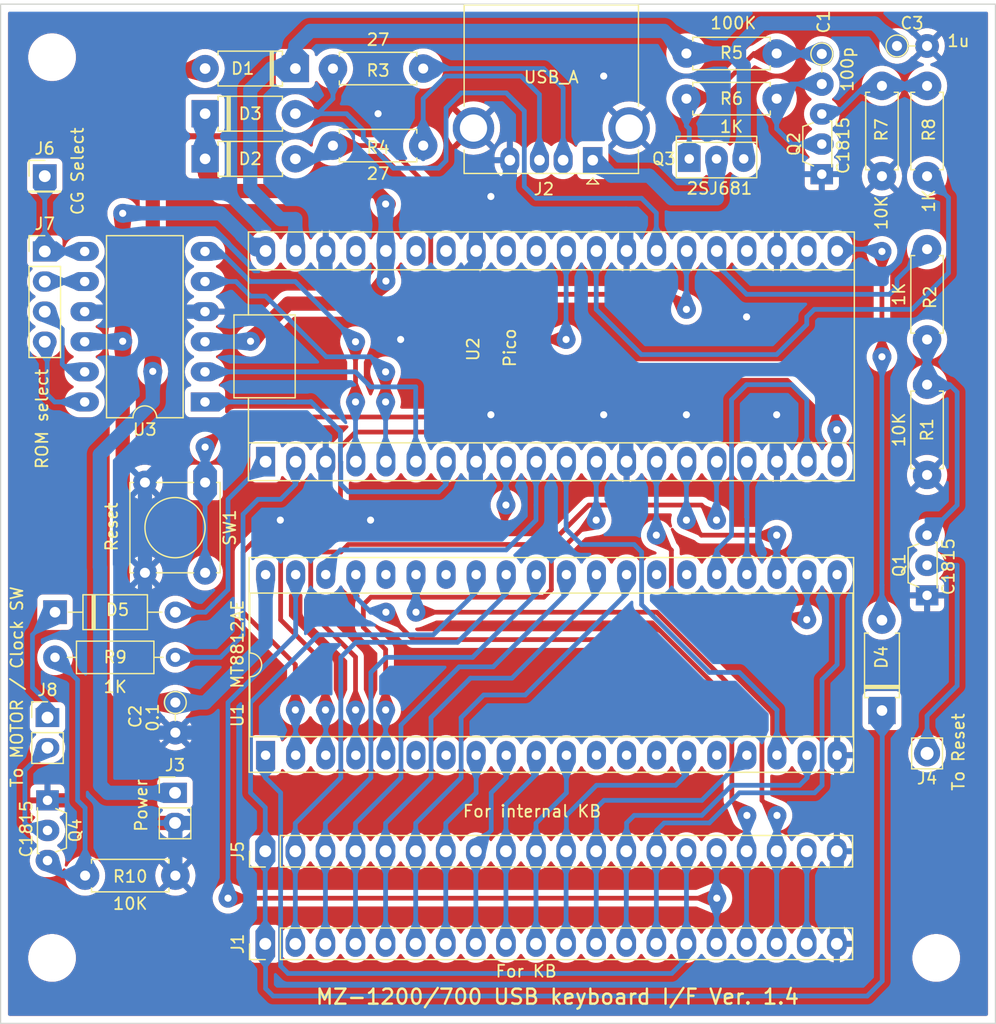
<source format=kicad_pcb>
(kicad_pcb (version 20240108) (generator "pcbnew") (generator_version "8.0")
  (title_block (title "MZ-1200/700 USB keyboard I/F") (date "2024-07-23") (rev "1.4MZ"))
  (layers (0 "F.Cu" signal) (31 "B.Cu" signal) (34 "B.Paste" user) (35 "F.Paste" user) (36 "B.SilkS" user "B.Silkscreen") (37 "F.SilkS" user "F.Silkscreen") (38 "B.Mask" user) (39 "F.Mask" user) (44 "Edge.Cuts" user))
  (net 0 "")
  (net 1 "/KIN0")
  (net 2 "/KIN1")
  (net 3 "/KIN2")
  (net 4 "/KIN3")
  (net 5 "/KIN4")
  (net 6 "/KIN5")
  (net 7 "/KIN6")
  (net 8 "/KIN7")
  (net 9 "/DEC0")
  (net 10 "/DEC1")
  (net 11 "/DEC2")
  (net 12 "/DEC3")
  (net 13 "/DEC4")
  (net 14 "/DEC5")
  (net 15 "/DEC6")
  (net 16 "/DEC7")
  (net 17 "/DEC8")
  (net 18 "/DEC9")
  (net 19 "GND")
  (net 20 "Net-(U1-AY2)")
  (net 27 "Net-(U1-RESET)")
  (net 28 "Net-(U1-AX3)")
  (net 29 "Net-(U1-AX0)")
  (net 30 "Net-(U1-STROBE)")
  (net 31 "Net-(U1-AX1)")
  (net 36 "Net-(U1-AX2)")
  (net 37 "VCC")
  (net 38 "Net-(U1-AY0)")
  (net 39 "Net-(U1-AY1)")
  (net 40 "Net-(U1-DATA)")
  (net 41 "/PWR_LED")
  (net 42 "/A15")
  (net 43 "Net-(Q3-G)")
  (net 44 "Net-(J4-Pin_1)")
  (net 45 "Net-(Q2-C)")
  (net 46 "Net-(U2-GPIO22)")
  (net 49 "/VSYS")
  (net 50 "Net-(Q1-B)")
  (net 51 "Net-(Q2-B)")
  (net 52 "Net-(D2-A)")
  (net 53 "Net-(D3-A)")
  (net 54 "Net-(U2-GPIO19)")
  (net 55 "Net-(U2-RUN)")
  (net 56 "/A13")
  (net 57 "/A14")
  (net 58 "Net-(J2-D-)")
  (net 59 "Net-(J2-D+)")
  (net 60 "Net-(D4-A)")
  (net 61 "/VBUS2")
  (net 62 "/A12")
  (net 63 "Net-(U2-GPIO5)")
  (net 64 "Net-(U2-GPIO3)")
  (net 65 "Net-(U2-GPIO4)")
  (net 66 "Net-(U2-GPIO2)")
  (net 67 "/VBUS")
  (net 68 "/3V3")
  (net 74 "Net-(Q4-B)")
  (net 75 "Net-(D5-A)")
  (net 76 "/MOTOR")
  (net 77 "/Z80_CLK_SW")
  (net 78 "Net-(U2-GPIO1)")
  (footprint "Package_DIP:DIP-12_W10.16mm_LongPads" (layer "F.Cu") (at 73.2593 66.5653 180)
    (property "Reference" "U3")
    (property "Value" "sparkfun Logic_Level_Bidirectional" (hide yes))
  )
  (footprint "Kao_Library:LargePad_R_Axial_DIN0207_L6.3mm_D2.5mm_P7.62mm_Horizontal" (layer "F.Cu") (at 134.2293 53.6743 -90)
    (property "Reference" "R2")
    (property "Value" "1K")
  )
  (footprint "Kao_Library:D_A-405_P7.62mm_Horizontal_LargePad" (layer "F.Cu") (at 73.2693 46.0543)
    (property "Reference" "D2")
    (property "Value" "SB240LES" (hide yes))
  )
  (footprint "Connector_PinHeader_2.54mm:PinHeader_1x04_P2.54mm_Vertical" (layer "F.Cu") (at 59.7293 53.8653)
    (property "Reference" "J7")
    (property "Value" "ROM select")
  )
  (footprint "Connector_PinHeader_2.54mm:PinHeader_1x20_P2.54mm_Vertical" (layer "F.Cu") (at 78.3493 104.4743 90)
    (property "Reference" "J5")
    (property "Value" "For internal KB")
  )
  (footprint "MountingHole:MountingHole_3.2mm_M3" (layer "F.Cu") (at 60.3493 113.4743)
    (property "Reference" "H1" (hide yes))
    (property "Value" "MountingHole" (hide yes))
  )
  (footprint "Kao_Library:SW_Tactile_Straight_LargePad" (layer "F.Cu") (at 73.2693 73.3593 -90)
    (property "Reference" "SW1")
    (property "Value" "Reset")
  )
  (footprint "Kao_Library:D_A-405_P7.62mm_Horizontal_LargePad" (layer "F.Cu") (at 73.2693 42.2443)
    (property "Reference" "D3")
    (property "Value" "SB240LES" (hide yes))
  )
  (footprint "MountingHole:MountingHole_3.2mm_M3" (layer "F.Cu") (at 135 113.4743)
    (property "Reference" "H2" (hide yes))
    (property "Value" "MountingHole" (hide yes))
  )
  (footprint "Connector_PinHeader_2.54mm:PinHeader_1x20_P2.54mm_Vertical" (layer "F.Cu") (at 78.3493 112.2853 90)
    (property "Reference" "J1")
    (property "Value" "For KB")
  )
  (footprint "Connector_PinHeader_2.54mm:PinHeader_1x02_P2.54mm_Vertical" (layer "F.Cu") (at 59.960707 93.194993)
    (property "Reference" "J8")
    (property "Value" "To MOTOR / Clock SW")
  )
  (footprint "Kao_Library:LargePad_R_Axial_DIN0207_L6.3mm_D2.5mm_P7.62mm_Horizontal" (layer "F.Cu") (at 134.2293 65.1043 -90)
    (property "Reference" "R1")
    (property "Value" "10K")
  )
  (footprint "Kao_Library:LargePad_R_Axial_DIN0207_L6.3mm_D2.5mm_P7.62mm_Horizontal" (layer "F.Cu") (at 113.9093 37.1643)
    (property "Reference" "R5")
    (property "Value" "100K")
  )
  (footprint "Kao_Library:D_A-405_P7.62mm_Horizontal_LargePad" (layer "F.Cu") (at 80.89 38.4343 180)
    (property "Reference" "D1")
    (property "Value" "SB240LES" (hide yes))
  )
  (footprint "Kao_Library:LargePad_R_Axial_DIN0207_L6.3mm_D2.5mm_P7.62mm_Horizontal" (layer "F.Cu") (at 84.0643 44.934993)
    (property "Reference" "R4")
    (property "Value" "27")
  )
  (footprint "Kao_Library:USB_A_CONNFLY_DS1095-WNR0_LongPad" (layer "F.Cu") (at 106 46.1657 180)
    (property "Reference" "J2")
    (property "Value" "USB_A")
  )
  (footprint "Kao_Library:LargePad_R_Axial_DIN0204_L3.6mm_D1.6mm_P2.54mm_Vertical" (layer "F.Cu") (at 125.3393 37.2018 -90)
    (property "Reference" "C1")
    (property "Value" "100p")
  )
  (footprint "Kao_Library:LargePad_R_Axial_DIN0207_L6.3mm_D2.5mm_P7.62mm_Horizontal" (layer "F.Cu") (at 113.9093 40.9743)
    (property "Reference" "R6")
    (property "Value" "1K")
  )
  (footprint "Connector_PinHeader_2.54mm:PinHeader_1x01_P2.54mm_Vertical" (layer "F.Cu") (at 59.7293 47.5133)
    (property "Reference" "J6")
    (property "Value" "CG Select")
  )
  (footprint "MountingHole:MountingHole_3.2mm_M3" (layer "F.Cu") (at 60.3493 37.4753)
    (property "Reference" "H3" (hide yes))
    (property "Value" "MountingHole" (hide yes))
  )
  (footprint "Kao_Library:LargePad_R_Axial_DIN0207_L6.3mm_D2.5mm_P7.62mm_Horizontal" (layer "F.Cu") (at 63.135707 106.529993)
    (property "Reference" "R10")
    (property "Value" "10K")
  )
  (footprint "Kao_Library:LargePad_R_Axial_DIN0207_L6.3mm_D2.5mm_P7.62mm_Horizontal" (layer "F.Cu") (at 134.2293 47.5153 90)
    (property "Reference" "R8")
    (property "Value" "1K")
  )
  (footprint "Kao_Library:D_A-405_P7.62mm_Horizontal_LargePad" (layer "F.Cu") (at 130.4193 92.6003 90)
    (property "Reference" "D4")
    (property "Value" "SB240LES" (hide yes))
  )
  (footprint "Package_DIP:DIP-40_W15.24mm_Socket_LongPads" (layer "F.Cu") (at 78.375 96.3707 90)
    (property "Reference" "U1")
    (property "Value" "MT8812AE")
  )
  (footprint "Kao_Library:2-7J2B_Vertical" (layer "F.Cu") (at 116.4493 46.0543)
    (property "Reference" "Q3")
    (property "Value" "2SJ681")
  )
  (footprint "Kao_Library:TO-92S_Wide_kao" (layer "F.Cu") (at 125.3393 47.3493 90)
    (property "Reference" "Q2")
    (property "Value" "C1815")
  )
  (footprint "Connector_PinHeader_2.54mm:PinHeader_1x02_P2.54mm_Vertical" (layer "F.Cu") (at 70.73 99.544993)
    (property "Reference" "J3")
    (property "Value" "Power")
  )
  (footprint "Diode_THT:D_A-405_P10.16mm_Horizontal" (layer "F.Cu") (at 60.595707 84.304993)
    (property "Reference" "D5")
    (property "Value" "SB240LES" (hide yes))
  )
  (footprint "Kao_Library:LargePad_R_Axial_DIN0207_L6.3mm_D2.5mm_P7.62mm_Horizontal" (layer "F.Cu") (at 84.0643 38.4343)
    (property "Reference" "R3")
    (property "Value" "27")
  )
  (footprint "Kao_Library:TO-92S_Wide_kao" (layer "F.Cu") (at 59.960707 100.179993 -90)
    (property "Reference" "Q4")
    (property "Value" "C1815")
  )
  (footprint "Connector_Pin:Pin_D1.1mm_L8.5mm_W2.5mm_FlatFork" (layer "F.Cu") (at 134.23 96.22)
    (property "Reference" "J4")
    (property "Value" "To Reset")
  )
  (footprint "Resistor_THT:R_Axial_DIN0207_L6.3mm_D2.5mm_P10.16mm_Horizontal" (layer "F.Cu") (at 70.755707 88.114993 180)
    (property "Reference" "R9")
    (property "Value" "1K")
  )
  (footprint "Kao_Library:LargePad_R_Axial_DIN0204_L3.6mm_D1.6mm_P2.54mm_Vertical" (layer "F.Cu") (at 70.755707 91.924993 -90)
    (property "Reference" "C2")
    (property "Value" "0.1")
  )
  (footprint "Kao_Library:LargePad_R_Axial_DIN0207_L6.3mm_D2.5mm_P7.62mm_Horizontal" (layer "F.Cu") (at 130.4193 39.8953 -90)
    (property "Reference" "R7")
    (property "Value" "10K")
  )
  (footprint "Kao_Library:LargePad_R_Axial_DIN0204_L3.6mm_D1.6mm_P2.54mm_Vertical" (layer "F.Cu") (at 131.6893 36.5293)
    (property "Reference" "C3")
    (property "Value" "1u")
  )
  (footprint "Kao_Library:TO-92S_Wide_kao" (layer "F.Cu") (at 134.2293 82.8843 90)
    (property "Reference" "Q1")
    (property "Value" "C1815")
  )
  (footprint "Kao_Library:raspberry_pi_pico_THT_kao" (layer "F.Cu") (at 78.375707 71.604993 90)
    (property "Reference" "U2")
    (property "Value" "Pico")
  )
  (gr_rect (start 56 33) (end 140 119) (stroke (width 0.1)) (fill none) (layer "Edge.Cuts"))
  (gr_text "MZ-1200/700 USB keyboard I/F Ver. 1.4" (at 82.5 117.5 0) (layer "F.SilkS") (effects (font (size 1.27 1.27) (thickness 0.2032)) (justify left bottom)))
  (segment (start 91.075707 84.304993) (end 111.395707 84.304993) (width 0.4) (layer "F.Cu") (net 1))
  (segment (start 111.395707 84.304993) (end 120.285707 93.194993) (width 0.4) (layer "F.Cu") (net 1))
  (segment (start 120.285707 100.179993) (end 121.555707 101.449993) (width 0.4) (layer "F.Cu") (net 1))
  (segment (start 120.285707 93.194993) (end 120.285707 100.179993) (width 0.4) (layer "F.Cu") (net 1))
  (via (at 91.075707 84.304993) (size 1.6) (drill 0.6) (layers "F.Cu" "B.Cu") (net 1))
  (via (at 121.555707 101.449993) (size 1.6) (drill 0.6) (layers "F.Cu" "B.Cu") (net 1))
  (segment (start 121.529 108.3795) (end 121.529 112.285) (width 0.4) (layer "B.Cu") (net 1))
  (segment (start 121.529 104.474) (end 121.529 108.3795) (width 0.4) (layer "B.Cu") (net 1))
  (segment (start 121.5293 108.3792) (end 121.5293 104.4743) (width 0.4) (layer "B.Cu") (net 1))
  (segment (start 91.075707 81.131407) (end 91.075707 84.304993) (width 0.4) (layer "B.Cu") (net 1))
  (segment (start 121.529 108.3795) (end 121.5293 108.3792) (width 0.4) (layer "B.Cu") (net 1))
  (segment (start 121.555707 104.447893) (end 121.555707 101.449993) (width 0.4) (layer "B.Cu") (net 1))
  (segment (start 117.745707 100.179993) (end 119.015707 101.449993) (width 0.4) (layer "F.Cu") (net 2))
  (segment (start 88.535707 84.304993) (end 90.847107 86.616393) (width 0.4) (layer "F.Cu") (net 2))
  (segment (start 117.745707 93.194993) (end 117.745707 100.179993) (width 0.4) (layer "F.Cu") (net 2))
  (segment (start 90.847107 86.616393) (end 111.167107 86.616393) (width 0.4) (layer "F.Cu") (net 2))
  (segment (start 111.167107 86.616393) (end 117.745707 93.194993) (width 0.4) (layer "F.Cu") (net 2))
  (via (at 88.535707 84.304993) (size 1.6) (drill 0.6) (layers "F.Cu" "B.Cu") (net 2))
  (via (at 119.015707 101.449993) (size 1.6) (drill 0.6) (layers "F.Cu" "B.Cu") (net 2))
  (segment (start 118.9893 108.3792) (end 118.9893 104.4743) (width 0.4) (layer "B.Cu") (net 2))
  (segment (start 118.989 104.474) (end 118.989 108.3795) (width 0.4) (layer "B.Cu") (net 2))
  (segment (start 88.535707 84.304993) (end 87.265707 84.304993) (width 0.4) (layer "B.Cu") (net 2))
  (segment (start 118.989 108.3795) (end 118.989 112.285) (width 0.4) (layer "B.Cu") (net 2))
  (segment (start 87.265707 84.304993) (end 85.995 83.034286) (width 0.4) (layer "B.Cu") (net 2))
  (segment (start 85.995 83.034286) (end 85.995 81.1307) (width 0.4) (layer "B.Cu") (net 2))
  (segment (start 119.015707 104.447893) (end 119.015707 101.449993) (width 0.4) (layer "B.Cu") (net 2))
  (segment (start 118.989 108.3795) (end 118.9893 108.3792) (width 0.4) (layer "B.Cu") (net 2))
  (segment (start 116.475707 108.434993) (end 75.200707 108.434993) (width 0.4) (layer "F.Cu") (net 3))
  (via (at 75.200707 108.434993) (size 1.6) (drill 0.6) (layers "F.Cu" "B.Cu") (net 3))
  (via (at 116.475707 108.434993) (size 1.6) (drill 0.6) (layers "F.Cu" "B.Cu") (net 3))
  (segment (start 116.449 108.408286) (end 116.475707 108.434993) (width 0.4) (layer "B.Cu") (net 3))
  (segment (start 75.200707 91.924993) (end 75.200707 108.434993) (width 0.4) (layer "B.Cu") (net 3))
  (segment (start 116.449 108.4617) (end 116.449 112.285) (width 0.4) (layer "B.Cu") (net 3))
  (segment (start 80.915707 81.131407) (end 80.915707 86.209993) (width 0.4) (layer "B.Cu") (net 3))
  (segment (start 116.449 108.3795) (end 116.4493 108.3792) (width 0.4) (layer "B.Cu") (net 3))
  (segment (start 116.475707 108.434993) (end 116.449 108.4617) (width 0.4) (layer "B.Cu") (net 3))
  (segment (start 116.449 104.474) (end 116.449 108.3795) (width 0.4) (layer "B.Cu") (net 3))
  (segment (start 116.4493 108.3792) (end 116.4493 104.4743) (width 0.4) (layer "B.Cu") (net 3))
  (segment (start 116.449 108.3795) (end 116.449 108.408286) (width 0.4) (layer "B.Cu") (net 3))
  (segment (start 80.915707 86.209993) (end 75.200707 91.924993) (width 0.4) (layer "B.Cu") (net 3))
  (segment (start 80.280707 114.784993) (end 79.645707 114.149993) (width 0.4) (layer "B.Cu") (net 4))
  (segment (start 79.645707 99.544993) (end 78.375 98.274286) (width 0.4) (layer "B.Cu") (net 4))
  (segment (start 112.665707 114.784993) (end 80.280707 114.784993) (width 0.4) (layer "B.Cu") (net 4))
  (segment (start 78.375 98.274286) (end 78.375 96.3707) (width 0.4) (layer "B.Cu") (net 4))
  (segment (start 113.9093 112.2853) (end 113.9093 113.5414) (width 0.4) (layer "B.Cu") (net 4))
  (segment (start 113.9093 113.5414) (end 112.665707 114.784993) (width 0.4) (layer "B.Cu") (net 4))
  (segment (start 79.645707 114.149993) (end 79.645707 99.544993) (width 0.4) (layer "B.Cu") (net 4))
  (segment (start 113.9093 104.4743) (end 113.9093 112.2853) (width 0.4) (layer "B.Cu") (net 4))
  (segment (start 112.030707 102.084993) (end 115.840707 102.084993) (width 0.4) (layer "B.Cu") (net 5))
  (segment (start 111.395707 102.719993) (end 112.030707 102.084993) (width 0.4) (layer "B.Cu") (net 5))
  (segment (start 125.365707 89.989993) (end 125.365707 98.909993) (width 0.4) (layer "B.Cu") (net 5))
  (segment (start 126.635 88.7207) (end 125.365707 89.989993) (width 0.4) (layer "B.Cu") (net 5))
  (segment (start 115.840707 102.084993) (end 118.380707 99.544993) (width 0.4) (layer "B.Cu") (net 5))
  (segment (start 126.635 81.1307) (end 126.635 88.7207) (width 0.4) (layer "B.Cu") (net 5))
  (segment (start 111.395707 104.447893) (end 111.395707 102.719993) (width 0.4) (layer "B.Cu") (net 5))
  (segment (start 124.730707 99.544993) (end 125.365707 98.909993) (width 0.4) (layer "B.Cu") (net 5))
  (segment (start 111.369 104.4743) (end 111.369 112.285) (width 0.4) (layer "B.Cu") (net 5))
  (segment (start 118.380707 99.544993) (end 124.730707 99.544993) (width 0.4) (layer "B.Cu") (net 5))
  (segment (start 108.855707 104.447893) (end 108.855707 102.084993) (width 0.4) (layer "B.Cu") (net 6))
  (segment (start 108.829 108.3795) (end 108.829 112.285) (width 0.4) (layer "B.Cu") (net 6))
  (segment (start 123.460707 98.909993) (end 124.095707 98.274993) (width 0.4) (layer "B.Cu") (net 6))
  (segment (start 108.829 108.3795) (end 108.8293 108.3792) (width 0.4) (layer "B.Cu") (net 6))
  (segment (start 108.855707 102.084993) (end 109.490707 101.449993) (width 0.4) (layer "B.Cu") (net 6))
  (segment (start 109.490707 101.449993) (end 115.205707 101.449993) (width 0.4) (layer "B.Cu") (net 6))
  (segment (start 124.095707 98.274993) (end 124.095707 96.371407) (width 0.4) (layer "B.Cu") (net 6))
  (segment (start 108.829 104.474) (end 108.829 108.3795) (width 0.4) (layer "B.Cu") (net 6))
  (segment (start 115.205707 101.449993) (end 117.745707 98.909993) (width 0.4) (layer "B.Cu") (net 6))
  (segment (start 117.745707 98.909993) (end 123.460707 98.909993) (width 0.4) (layer "B.Cu") (net 6))
  (segment (start 108.8293 108.3792) (end 108.8293 104.4743) (width 0.4) (layer "B.Cu") (net 6))
  (segment (start 106.289 108.3795) (end 106.2893 108.3792) (width 0.4) (layer "B.Cu") (net 7))
  (segment (start 106.289 104.474) (end 106.289 108.3795) (width 0.4) (layer "B.Cu") (net 7))
  (segment (start 106.315707 100.814993) (end 106.950707 100.179993) (width 0.4) (layer "B.Cu") (net 7))
  (segment (start 106.2893 108.3792) (end 106.2893 104.4743) (width 0.4) (layer "B.Cu") (net 7))
  (segment (start 115.205707 100.179993) (end 119.015 96.3707) (width 0.4) (layer "B.Cu") (net 7))
  (segment (start 106.315707 104.447893) (end 106.315707 100.814993) (width 0.4) (layer "B.Cu") (net 7))
  (segment (start 106.289 108.3795) (end 106.289 112.285) (width 0.4) (layer "B.Cu") (net 7))
  (segment (start 106.950707 100.179993) (end 115.205707 100.179993) (width 0.4) (layer "B.Cu") (net 7))
  (segment (start 113.935 97.9724) (end 113.935 96.3707) (width 0.4) (layer "B.Cu") (net 8))
  (segment (start 103.775707 101.449993) (end 106.315707 98.909993) (width 0.4) (layer "B.Cu") (net 8))
  (segment (start 103.749 104.4926) (end 103.749 112.285) (width 0.4) (layer "B.Cu") (net 8))
  (segment (start 112.997407 98.909993) (end 113.935 97.9724) (width 0.4) (layer "B.Cu") (net 8))
  (segment (start 106.315707 98.909993) (end 112.997407 98.909993) (width 0.4) (layer "B.Cu") (net 8))
  (segment (start 103.775707 104.447893) (end 103.775707 101.449993) (width 0.4) (layer "B.Cu") (net 8))
  (segment (start 78.375707 116.054993) (end 79.010707 116.689993) (width 0.4) (layer "B.Cu") (net 9))
  (segment (start 78.375707 112.311707) (end 78.375707 116.054993) (width 0.4) (layer "B.Cu") (net 9))
  (segment (start 77.105707 99.544993) (end 77.105707 91.924993) (width 0.4) (layer "B.Cu") (net 9))
  (segment (start 78.3493 104.4743) (end 78.3493 112.285) (width 0.4) (layer "B.Cu") (net 9))
  (segment (start 129.175707 116.689993) (end 130.445707 115.419993) (width 0.4) (layer "B.Cu") (net 9))
  (segment (start 130.445707 115.419993) (end 130.445707 92.626707) (width 0.4) (layer "B.Cu") (net 9))
  (segment (start 77.105707 91.924993) (end 82.820707 86.209993) (width 0.4) (layer "B.Cu") (net 9))
  (segment (start 78.3493 104.4743) (end 78.3493 100.788586) (width 0.4) (layer "B.Cu") (net 9))
  (segment (start 92.535707 86.209993) (end 96.155 82.5907) (width 0.4) (layer "B.Cu") (net 9))
  (segment (start 78.3493 100.788586) (end 77.105707 99.544993) (width 0.4) (layer "B.Cu") (net 9))
  (segment (start 96.155 82.5907) (end 96.155 81.1307) (width 0.4) (layer "B.Cu") (net 9))
  (segment (start 79.010707 116.689993) (end 129.175707 116.689993) (width 0.4) (layer "B.Cu") (net 9))
  (segment (start 82.820707 86.209993) (end 92.535707 86.209993) (width 0.4) (layer "B.Cu") (net 9))
  (segment (start 84.725707 88.114993) (end 85.995707 86.844993) (width 0.4) (layer "B.Cu") (net 10))
  (segment (start 80.8893 112.2853) (end 80.8893 104.4743) (width 0.4) (layer "B.Cu") (net 10))
  (segment (start 98.695 82.7324) (end 98.695 81.1307) (width 0.4) (layer "B.Cu") (net 10))
  (segment (start 80.8893 104.4743) (end 80.8893 102.1114) (width 0.4) (layer "B.Cu") (net 10))
  (segment (start 84.725707 98.274993) (end 84.725707 88.114993) (width 0.4) (layer "B.Cu") (net 10))
  (segment (start 94.582407 86.844993) (end 98.695 82.7324) (width 0.4) (layer "B.Cu") (net 10))
  (segment (start 80.8893 102.1114) (end 84.725707 98.274993) (width 0.4) (layer "B.Cu") (net 10))
  (segment (start 85.995707 86.844993) (end 94.582407 86.844993) (width 0.4) (layer "B.Cu") (net 10))
  (segment (start 83.4293 104.4743) (end 83.4293 112.285) (width 0.4) (layer "B.Cu") (net 11))
  (segment (start 87.265707 98.274993) (end 87.265707 89.384993) (width 0.4) (layer "B.Cu") (net 11))
  (segment (start 83.4293 102.1114) (end 87.265707 98.274993) (width 0.4) (layer "B.Cu") (net 11))
  (segment (start 83.4293 104.4743) (end 83.4293 102.1114) (width 0.4) (layer "B.Cu") (net 11))
  (segment (start 101.235 82.7324) (end 101.235 81.1307) (width 0.4) (layer "B.Cu") (net 11))
  (segment (start 87.265707 89.384993) (end 88.535707 88.114993) (width 0.4) (layer "B.Cu") (net 11))
  (segment (start 88.535707 88.114993) (end 95.852407 88.114993) (width 0.4) (layer "B.Cu") (net 11))
  (segment (start 95.852407 88.114993) (end 101.235 82.7324) (width 0.4) (layer "B.Cu") (net 11))
  (segment (start 85.9693 104.4743) (end 85.9693 102.1114) (width 0.4) (layer "B.Cu") (net 12))
  (segment (start 94.719857 88.915843) (end 97.591557 88.915843) (width 0.4) (layer "B.Cu") (net 12))
  (segment (start 85.9693 102.1114) (end 89.805707 98.274993) (width 0.4) (layer "B.Cu") (net 12))
  (segment (start 85.9693 104.4743) (end 85.9693 112.285) (width 0.4) (layer "B.Cu") (net 12))
  (segment (start 97.591557 88.915843) (end 103.775 82.7324) (width 0.4) (layer "B.Cu") (net 12))
  (segment (start 89.805707 93.829993) (end 94.719857 88.915843) (width 0.4) (layer "B.Cu") (net 12))
  (segment (start 103.775 82.7324) (end 103.775 81.1307) (width 0.4) (layer "B.Cu") (net 12))
  (segment (start 89.805707 98.274993) (end 89.805707 93.829993) (width 0.4) (layer "B.Cu") (net 12))
  (segment (start 95.672357 89.868343) (end 99.179057 89.868343) (width 0.4) (layer "B.Cu") (net 13))
  (segment (start 92.345707 98.274993) (end 92.345707 93.194993) (width 0.4) (layer "B.Cu") (net 13))
  (segment (start 88.5093 104.4743) (end 88.5093 112.285) (width 0.4) (layer "B.Cu") (net 13))
  (segment (start 99.179057 89.868343) (end 106.315 82.7324) (width 0.4) (layer "B.Cu") (net 13))
  (segment (start 106.315 82.7324) (end 106.315 81.1307) (width 0.4) (layer "B.Cu") (net 13))
  (segment (start 92.345707 93.194993) (end 95.672357 89.868343) (width 0.4) (layer "B.Cu") (net 13))
  (segment (start 88.5093 102.1114) (end 92.345707 98.274993) (width 0.4) (layer "B.Cu") (net 13))
  (segment (start 88.5093 104.4743) (end 88.5093 102.1114) (width 0.4) (layer "B.Cu") (net 13))
  (segment (start 108.855 82.7324) (end 108.855 81.1307) (width 0.4) (layer "B.Cu") (net 14))
  (segment (start 91.0493 104.4743) (end 91.0493 112.285) (width 0.4) (layer "B.Cu") (net 14))
  (segment (start 91.0493 104.4743) (end 91.0493 102.1114) (width 0.4) (layer "B.Cu") (net 14))
  (segment (start 96.790707 91.289993) (end 100.297407 91.289993) (width 0.4) (layer "B.Cu") (net 14))
  (segment (start 91.0493 102.1114) (end 94.885707 98.274993) (width 0.4) (layer "B.Cu") (net 14))
  (segment (start 94.885707 98.274993) (end 94.885707 93.194993) (width 0.4) (layer "B.Cu") (net 14))
  (segment (start 94.885707 93.194993) (end 96.790707 91.289993) (width 0.4) (layer "B.Cu") (net 14))
  (segment (start 100.297407 91.289993) (end 108.855 82.7324) (width 0.4) (layer "B.Cu") (net 14))
  (segment (start 93.5893 102.1114) (end 96.155 99.5457) (width 0.4) (layer "B.Cu") (net 15))
  (segment (start 93.5893 104.4743) (end 93.5893 102.1114) (width 0.4) (layer "B.Cu") (net 15))
  (segment (start 96.155 99.5457) (end 96.155 96.3707) (width 0.4) (layer "B.Cu") (net 15))
  (segment (start 93.5893 104.4743) (end 93.5893 112.285) (width 0.4) (layer "B.Cu") (net 15))
  (segment (start 96.1293 104.0164) (end 97.425707 102.719993) (width 0.4) (layer "B.Cu") (net 16))
  (segment (start 97.425707 102.719993) (end 97.425707 99.544993) (width 0.4) (layer "B.Cu") (net 16))
  (segment (start 96.1293 104.4743) (end 96.1293 112.285) (width 0.4) (layer "B.Cu") (net 16))
  (segment (start 98.695707 98.274993) (end 98.695707 96.371407) (width 0.4) (layer "B.Cu") (net 16))
  (segment (start 97.425707 99.544993) (end 98.695707 98.274993) (width 0.4) (layer "B.Cu") (net 16))
  (segment (start 98.6693 104.474) (end 98.6693 100.5381) (width 0.4) (layer "B.Cu") (net 17))
  (segment (start 98.6693 104.4743) (end 98.6693 112.285) (width 0.4) (layer "B.Cu") (net 17))
  (segment (start 98.6693 100.5381) (end 101.235 97.9724) (width 0.4) (layer "B.Cu") (net 17))
  (segment (start 101.235 96.3707) (end 101.235 97.9724) (width 0.4) (layer "B.Cu") (net 17))
  (segment (start 101.2093 104.4743) (end 101.2093 102.1114) (width 0.4) (layer "B.Cu") (net 18))
  (segment (start 101.2093 102.1114) (end 103.775707 99.544993) (width 0.4) (layer "B.Cu") (net 18))
  (segment (start 101.209 104.474) (end 101.209 108.3795) (width 0.4) (layer "B.Cu") (net 18))
  (segment (start 101.209 108.3795) (end 101.2093 108.3792) (width 0.4) (layer "B.Cu") (net 18))
  (segment (start 103.775707 99.544993) (end 103.775707 96.371407) (width 0.4) (layer "B.Cu") (net 18))
  (segment (start 101.2093 108.3792) (end 101.2093 104.4743) (width 0.4) (layer "B.Cu") (net 18))
  (segment (start 101.209 108.3795) (end 101.209 112.285) (width 0.4) (layer "B.Cu") (net 18))
  (segment (start 64.405707 100.179993) (end 66.310707 102.084993) (width 1.2) (layer "F.Cu") (net 19))
  (segment (start 66.310707 102.084993) (end 70.73 102.084993) (width 1.2) (layer "F.Cu") (net 19))
  (segment (start 59.960707 100.179993) (end 64.405707 100.179993) (width 1.2) (layer "F.Cu") (net 19))
  (via (at 89.7793 61.2943) (size 1.6) (drill 0.6) (layers "F.Cu" "B.Cu") (net 19))
  (via (at 87.8743 42.2443) (size 1.6) (drill 0.6) (layers "F.Cu" "B.Cu") (net 19))
  (via (at 106.924 39.0693) (size 1.6) (drill 0.6) (layers "F.Cu" "B.Cu") (net 19))
  (via (at 106.924 67.6443) (size 1.6) (drill 0.6) (layers "F.Cu" "B.Cu") (net 19))
  (via (at 87.24 76.5343) (size 1.6) (drill 0.6) (layers "F.Cu" "B.Cu") (net 19))
  (via (at 118.989 59.3893) (size 1.6) (drill 0.6) (layers "F.Cu" "B.Cu") (net 19))
  (via (at 113.909 67.6443) (size 1.6) (drill 0.6) (layers "F.Cu" "B.Cu") (net 19))
  (via (at 97.3993 49.2293) (size 1.6) (drill 0.6) (layers "F.Cu" "B.Cu") (net 19))
  (via (at 121.529 67.6443) (size 1.6) (drill 0.6) (layers "F.Cu" "B.Cu") (net 19))
  (via (at 97.3993 67.6443) (size 1.6) (drill 0.6) (layers "F.Cu" "B.Cu") (net 19))
  (via (at 79.62 76.5343) (size 1.6) (drill 0.6) (layers "F.Cu" "B.Cu") (net 19))
  (segment (start 68.1893 80.9793) (end 68.1893 93.803586) (width 1.2) (layer "B.Cu") (net 19))
  (segment (start 68.1893 73.3593) (end 70.755707 70.792893) (width 1.2) (layer "B.Cu") (net 19))
  (segment (start 96.13 53.6757) (end 96.13 54.9436) (width 1.2) (layer "B.Cu") (net 19))
  (segment (start 68.1893 73.3593) (end 68.1893 80.9793) (width 1.2) (layer "B.Cu") (net 19))
  (segment (start 83.43 53.6757) (end 83.43 55.771) (width 1.2) (layer "B.Cu") (net 19))
  (segment (start 81.7153 76.5343) (end 83.43 74.8196) (width 1.2) (layer "B.Cu") (net 19))
  (segment (start 108.83 69.55) (end 106.924 67.6443) (width 1.2) (layer "B.Cu") (net 19))
  (segment (start 79.62 76.5343) (end 81.7153 76.5343) (width 1.2) (layer "B.Cu") (net 19))
  (segment (start 99 46.1657) (end 99 47.6286) (width 1.2) (layer "B.Cu") (net 19))
  (segment (start 97.3993 67.8353) (end 96.1293 69.1053) (width 1.2) (layer "B.Cu") (net 19))
  (segment (start 97.3993 67.6443) (end 97.3993 67.8353) (width 1.2) (layer "B.Cu") (net 19))
  (segment (start 68.1893 93.803586) (end 68.850707 94.464993) (width 1.2) (layer "B.Cu") (net 19))
  (segment (start 96.1293 74.8203) (end 94.4153 76.5343) (width 1.2) (layer "B.Cu") (net 19))
  (segment (start 96.13 50.4986) (end 97.3993 49.2293) (width 1.2) (layer "B.Cu") (net 19))
  (segment (start 96.13 53.6757) (end 96.13 50.4986) (width 1.2) (layer "B.Cu") (net 19))
  (segment (start 126.609 104.474) (end 126.609 112.285) (width 1.2) (layer "B.Cu") (net 19))
  (segment (start 94.4153 76.5343) (end 87.24 76.5343) (width 1.2) (layer "B.Cu") (net 19))
  (segment (start 99 47.6286) (end 97.3993 49.2293) (width 1.2) (layer "B.Cu") (net 19))
  (segment (start 83.43 55.771) (end 88.9533 61.2943) (width 1.2) (layer "B.Cu") (net 19))
  (segment (start 98.8603 50.6903) (end 97.3993 49.2293) (width 1.2) (layer "B.Cu") (net 19))
  (segment (start 70.755707 70.792893) (end 70.755707 58.9453) (width 1.2) (layer "B.Cu") (net 19))
  (segment (start 68.850707 94.464993) (end 70.755707 94.464993) (width 1.2) (layer "B.Cu") (net 19))
  (segment (start 108.83 53.6757) (end 108.83 50.691) (width 1.2) (layer "B.Cu") (net 19))
  (segment (start 96.13 54.9436) (end 89.7793 61.2943) (width 1.2) (layer "B.Cu") (net 19))
  (segment (start 83.43 74.8196) (end 83.43 71.4557) (width 1.2) (layer "B.Cu") (net 19))
  (segment (start 88.9533 61.2943) (end 89.7793 61.2943) (width 1.2) (layer "B.Cu") (net 19))
  (segment (start 70.755707 58.9453) (end 73.2593 58.9453) (width 1.2) (layer "B.Cu") (net 19))
  (segment (start 72.660707 102.084993) (end 73.295707 101.449993) (width 1.2) (layer "B.Cu") (net 19))
  (segment (start 72.660707 94.464993) (end 70.755707 94.464993) (width 1.2) (layer "B.Cu") (net 19))
  (segment (start 63.0993 58.9453) (end 68.215707 58.9453) (width 1.2) (layer "B.Cu") (net 19))
  (segment (start 108.83 50.691) (end 108.829 50.6903) (width 1.2) (layer "B.Cu") (net 19))
  (segment (start 96.1293 69.1053) (end 96.1293 74.8203) (width 1.2) (layer "B.Cu") (net 19))
  (segment (start 108.829 50.6903) (end 98.8603 50.6903) (width 1.2) (layer "B.Cu") (net 19))
  (segment (start 108.83 71.4557) (end 108.83 69.55) (width 1.2) (layer "B.Cu") (net 19))
  (segment (start 68.215707 58.9453) (end 70.755707 58.9453) (width 1.2) (layer "B.Cu") (net 19))
  (segment (start 73.295707 95.099993) (end 72.660707 94.464993) (width 1.2) (layer "B.Cu") (net 19))
  (segment (start 70.73 102.084993) (end 72.660707 102.084993) (width 1.2) (layer "B.Cu") (net 19))
  (segment (start 73.295707 101.449993) (end 73.295707 95.099993) (width 1.2) (layer "B.Cu") (net 19))
  (segment (start 121.529 67.6443) (end 121.529 71.455) (width 1.2) (layer "B.Cu") (net 19))
  (segment (start 70.755707 106.529993) (end 70.755707 102.1107) (width 1.2) (layer "B.Cu") (net 19))
  (segment (start 80.255307 77.954993) (end 81.652307 76.557993) (width 0.4) (layer "F.Cu") (net 20))
  (segment (start 76.470707 79.224993) (end 77.740707 77.954993) (width 0.4) (layer "F.Cu") (net 20))
  (segment (start 80.89 92.5557) (end 80.89 88.724286) (width 0.4) (layer "F.Cu") (net 20))
  (segment (start 84.6993 70.3753) (end 85.9693 69.1053) (width 0.4) (layer "F.Cu") (net 20))
  (segment (start 82.922307 76.557993) (end 84.522507 74.957793) (width 0.4) (layer "F.Cu") (net 20))
  (segment (start 93.5893 69.1053) (end 98.8603 63.8343) (width 0.4) (layer "F.Cu") (net 20))
  (segment (start 80.89 88.724286) (end 76.470707 84.304993) (width 0.4) (layer "F.Cu") (net 20))
  (segment (start 126.61 67.645) (end 126.61 68.9157) (width 0.4) (layer "F.Cu") (net 20))
  (segment (start 102.48 63.835) (end 122.8 63.835) (width 0.4) (layer "F.Cu") (net 20))
  (segment (start 81.652307 76.557993) (end 82.922307 76.557993) (width 0.4) (layer "F.Cu") (net 20))
  (segment (start 85.9693 69.1053) (end 93.5893 69.1053) (width 0.4) (layer "F.Cu") (net 20))
  (segment (start 84.522507 74.957793) (end 84.6993 74.957793) (width 0.4) (layer "F.Cu") (net 20))
  (segment (start 77.740707 77.954993) (end 80.255307 77.954993) (width 0.4) (layer "F.Cu") (net 20))
  (segment (start 98.8603 63.8343) (end 102.479 63.8343) (width 0.4) (layer "F.Cu") (net 20))
  (segment (start 102.479 63.8343) (end 102.48 63.835) (width 0.4) (layer "F.Cu") (net 20))
  (segment (start 122.8 63.835) (end 126.61 67.645) (width 0.4) (layer "F.Cu") (net 20))
  (segment (start 84.6993 74.957793) (end 84.6993 70.3753) (width 0.4) (layer "F.Cu") (net 20))
  (segment (start 76.470707 84.304993) (end 76.470707 79.224993) (width 0.4) (layer "F.Cu") (net 20))
  (via (at 126.61 68.9157) (size 1.6) (drill 0.6) (layers "F.Cu" "B.Cu") (net 20))
  (via (at 80.89 92.5557) (size 1.6) (drill 0.6) (layers "F.Cu" "B.Cu") (net 20))
  (segment (start 80.915 92.5807) (end 80.89 92.5557) (width 0.4) (layer "B.Cu") (net 20))
  (segment (start 80.915 96.3707) (end 80.915 92.5807) (width 0.4) (layer "B.Cu") (net 20))
  (segment (start 126.61 71.4557) (end 126.61 68.9157) (width 0.4) (layer "B.Cu") (net 20))
  (segment (start 97.250007 77.954993) (end 98.6693 76.5357) (width 0.4) (layer "F.Cu") (net 27))
  (segment (start 83.43 88.724286) (end 79.645707 84.939993) (width 0.4) (layer "F.Cu") (net 27))
  (segment (start 79.645707 79.224993) (end 80.280707 78.589993) (width 0.4) (layer "F.Cu") (net 27))
  (segment (start 83.43 92.5557) (end 83.43 88.724286) (width 0.4) (layer "F.Cu") (net 27))
  (segment (start 98.6693 76.5357) (end 98.6693 75.2643) (width 0.4) (layer "F.Cu") (net 27))
  (segment (start 80.280707 78.589993) (end 80.864907 78.589993) (width 0.4) (layer "F.Cu") (net 27))
  (segment (start 84.344707 77.751793) (end 84.547907 77.954993) (width 0.4) (layer "F.Cu") (net 27))
  (segment (start 79.645707 84.939993) (end 79.645707 79.224993) (width 0.4) (layer "F.Cu") (net 27))
  (segment (start 80.864907 78.589993) (end 81.703107 77.751793) (width 0.4) (layer "F.Cu") (net 27))
  (segment (start 84.547907 77.954993) (end 97.250007 77.954993) (width 0.4) (layer "F.Cu") (net 27))
  (segment (start 81.703107 77.751793) (end 84.344707 77.751793) (width 0.4) (layer "F.Cu") (net 27))
  (via (at 83.43 92.5557) (size 1.6) (drill 0.6) (layers "F.Cu" "B.Cu") (net 27))
  (via (at 98.6693 75.2643) (size 1.6) (drill 0.6) (layers "F.Cu" "B.Cu") (net 27))
  (segment (start 83.455 92.5807) (end 83.43 92.5557) (width 0.4) (layer "B.Cu") (net 27))
  (segment (start 83.455 96.3707) (end 83.455 92.5807) (width 0.4) (layer "B.Cu") (net 27))
  (segment (start 98.6693 75.2643) (end 98.67 75.2636) (width 0.4) (layer "B.Cu") (net 27))
  (segment (start 98.67 75.2636) (end 98.67 71.4557) (width 0.4) (layer "B.Cu") (net 27))
  (segment (start 84.725707 79.224993) (end 85.360707 78.589993) (width 0.4) (layer "F.Cu") (net 28))
  (segment (start 115.18 75.265) (end 116.45 76.535) (width 0.4) (layer "F.Cu") (net 28))
  (segment (start 82.185707 79.859993) (end 82.820707 79.224993) (width 0.4) (layer "F.Cu") (net 28))
  (segment (start 85.97 92.5557) (end 85.97 88.089286) (width 0.4) (layer "F.Cu") (net 28))
  (segment (start 85.360707 78.589993) (end 102.355713 78.589993) (width 0.4) (layer "F.Cu") (net 28))
  (segment (start 85.97 88.089286) (end 82.185707 84.304993) (width 0.4) (layer "F.Cu") (net 28))
  (segment (start 105.680707 75.265) (end 115.18 75.265) (width 0.4) (layer "F.Cu") (net 28))
  (segment (start 82.820707 79.224993) (end 84.725707 79.224993) (width 0.4) (layer "F.Cu") (net 28))
  (segment (start 102.355713 78.589993) (end 105.680707 75.265) (width 0.4) (layer "F.Cu") (net 28))
  (segment (start 82.185707 84.304993) (end 82.185707 79.859993) (width 0.4) (layer "F.Cu") (net 28))
  (via (at 116.45 76.535) (size 1.6) (drill 0.6) (layers "F.Cu" "B.Cu") (net 28))
  (via (at 85.97 92.5557) (size 1.6) (drill 0.6) (layers "F.Cu" "B.Cu") (net 28))
  (segment (start 85.97 92.5557) (end 85.97 96.3457) (width 0.4) (layer "B.Cu") (net 28))
  (segment (start 116.45 71.4557) (end 116.45 76.535) (width 0.4) (layer "B.Cu") (net 28))
  (segment (start 88.51 87.454286) (end 86.630707 85.574993) (width 0.4) (layer "F.Cu") (net 29))
  (segment (start 87.265707 83.034993) (end 101.870707 83.034993) (width 0.4) (layer "F.Cu") (net 29))
  (segment (start 86.630707 85.574993) (end 86.630707 83.669993) (width 0.4) (layer "F.Cu") (net 29))
  (segment (start 88.51 92.5557) (end 88.51 87.454286) (width 0.4) (layer "F.Cu") (net 29))
  (segment (start 102.505707 82.399993) (end 101.870707 83.034993) (width 0.4) (layer "F.Cu") (net 29))
  (segment (start 102.505707 79.859993) (end 105.8314 76.5343) (width 0.4) (layer "F.Cu") (net 29))
  (segment (start 105.8314 76.5343) (end 106.29 76.5343) (width 0.4) (layer "F.Cu") (net 29))
  (segment (start 86.630707 83.669993) (end 87.265707 83.034993) (width 0.4) (layer "F.Cu") (net 29))
  (segment (start 102.505707 82.399993) (end 102.505707 79.859993) (width 0.4) (layer "F.Cu") (net 29))
  (via (at 106.29 76.5343) (size 1.6) (drill 0.6) (layers "F.Cu" "B.Cu") (net 29))
  (via (at 88.51 92.5557) (size 1.6) (drill 0.6) (layers "F.Cu" "B.Cu") (net 29))
  (segment (start 106.29 76.5343) (end 106.29 71.4557) (width 0.4) (layer "B.Cu") (net 29))
  (segment (start 88.51 92.5557) (end 88.51 96.3457) (width 0.4) (layer "B.Cu") (net 29))
  (segment (start 118.380707 89.384993) (end 121.238207 92.242493) (width 0.4) (layer "B.Cu") (net 30))
  (segment (start 121.555 92.559286) (end 121.238207 92.242493) (width 0.4) (layer "B.Cu") (net 30))
  (segment (start 110.125707 79.224993) (end 110.125707 83.669993) (width 0.4) (layer "B.Cu") (net 30))
  (segment (start 121.555 96.3707) (end 121.555 92.559286) (width 0.4) (layer "B.Cu") (net 30))
  (segment (start 115.840707 89.384993) (end 118.380707 89.384993) (width 0.4) (layer "B.Cu") (net 30))
  (segment (start 103.75 77.294286) (end 105.045707 78.589993) (width 0.4) (layer "B.Cu") (net 30))
  (segment (start 103.75 71.4557) (end 103.75 77.294286) (width 0.4) (layer "B.Cu") (net 30))
  (segment (start 105.045707 78.589993) (end 109.490707 78.589993) (width 0.4) (layer "B.Cu") (net 30))
  (segment (start 121.238207 92.242493) (end 121.555707 92.559993) (width 0.4) (layer "B.Cu") (net 30))
  (segment (start 110.125707 83.669993) (end 115.840707 89.384993) (width 0.4) (layer "B.Cu") (net 30))
  (segment (start 109.490707 78.589993) (end 110.125707 79.224993) (width 0.4) (layer "B.Cu") (net 30))
  (segment (start 112.639 79.0743) (end 112.64 79.0743) (width 0.4) (layer "F.Cu") (net 31))
  (segment (start 112.64 79.0743) (end 112.64 83.644286) (width 0.4) (layer "F.Cu") (net 31))
  (segment (start 111.369 77.8043) (end 112.639 79.0743) (width 0.4) (layer "F.Cu") (net 31))
  (segment (start 124.07 84.9357) (end 123.756793 84.622493) (width 0.4) (layer "F.Cu") (net 31))
  (segment (start 123.756793 84.622493) (end 113.618207 84.622493) (width 0.4) (layer "F.Cu") (net 31))
  (segment (start 112.64 83.644286) (end 113.618207 84.622493) (width 0.4) (layer "F.Cu") (net 31))
  (via (at 124.07 84.9357) (size 1.6) (drill 0.6) (layers "F.Cu" "B.Cu") (net 31))
  (via (at 111.369 77.8043) (size 1.6) (drill 0.6) (layers "F.Cu" "B.Cu") (net 31))
  (segment (start 124.095 81.1307) (end 124.095 84.9107) (width 0.4) (layer "B.Cu") (net 31))
  (segment (start 111.37 77.8036) (end 111.37 71.4557) (width 0.4) (layer "B.Cu") (net 31))
  (segment (start 124.095 84.9107) (end 124.07 84.9357) (width 0.4) (layer "B.Cu") (net 31))
  (segment (start 111.369 77.8043) (end 111.37 77.8036) (width 0.4) (layer "B.Cu") (net 31))
  (segment (start 121.53 77.805) (end 115.179 77.805) (width 0.4) (layer "F.Cu") (net 36))
  (segment (start 115.179 77.805) (end 113.91 76.5357) (width 0.4) (layer "F.Cu") (net 36))
  (via (at 121.53 77.805) (size 1.6) (drill 0.6) (layers "F.Cu" "B.Cu") (net 36))
  (via (at 113.91 76.5357) (size 1.6) (drill 0.6) (layers "F.Cu" "B.Cu") (net 36))
  (segment (start 121.555 79.4803) (end 121.555 81.1307) (width 0.4) (layer "B.Cu") (net 36))
  (segment (start 113.91 76.5357) (end 113.91 71.4557) (width 0.4) (layer "B.Cu") (net 36))
  (segment (start 121.53 77.805) (end 121.53 79.4553) (width 0.4) (layer "B.Cu") (net 36))
  (segment (start 121.53 79.4553) (end 121.555 79.4803) (width 0.4) (layer "B.Cu") (net 36))
  (segment (start 121.53 79.4553) (end 121.53 81.1057) (width 0.4) (layer "B.Cu") (net 36))
  (segment (start 68.850707 63.984993) (end 68.850707 41.124993) (width 1.2) (layer "F.Cu") (net 37))
  (segment (start 68.850707 41.124993) (end 71.390707 38.584993) (width 1.2) (layer "F.Cu") (net 37))
  (segment (start 71.390707 38.584993) (end 73.119307 38.584993) (width 1.2) (layer "F.Cu") (net 37))
  (via (at 68.850707 63.984993) (size 1.6) (drill 0.6) (layers "F.Cu" "B.Cu") (net 37))
  (segment (start 64.405707 80.5214) (end 64.3793 80.494993) (width 1.2) (layer "B.Cu") (net 37))
  (segment (start 65.040707 99.544993) (end 64.405707 98.909993) (width 1.2) (layer "B.Cu") (net 37))
  (segment (start 70.73 99.544993) (end 65.040707 99.544993) (width 1.2) (layer "B.Cu") (net 37))
  (segment (start 64.405707 98.909993) (end 64.405707 80.5214) (width 1.2) (layer "B.Cu") (net 37))
  (segment (start 68.850707 66.524993) (end 68.850707 63.984993) (width 1.2) (layer "B.Cu") (net 37))
  (segment (start 64.3793 70.9964) (end 68.850707 66.524993) (width 1.2) (layer "B.Cu") (net 37))
  (segment (start 64.3793 80.494993) (end 64.3793 70.9964) (width 1.2) (layer "B.Cu") (net 37))
  (segment (start 119.015 76.3057) (end 119.015 71.4807) (width 0.4) (layer "B.Cu") (net 38))
  (segment (start 119.015 76.3057) (end 118.99 76.2807) (width 0.4) (layer "B.Cu") (net 38))
  (segment (start 118.99 76.2807) (end 118.99 71.4557) (width 0.4) (layer "B.Cu") (net 38))
  (segment (start 119.015 81.1307) (end 119.015 76.3057) (width 0.4) (layer "B.Cu") (net 38))
  (segment (start 116.475 79.05) (end 117.72 77.805) (width 0.4) (layer "B.Cu") (net 39))
  (segment (start 117.72 77.805) (end 117.72 66.375) (width 0.4) (layer "B.Cu") (net 39))
  (segment (start 116.475 81.1307) (end 116.475 79.05) (width 0.4) (layer "B.Cu") (net 39))
  (segment (start 122.799 65.1043) (end 124.07 66.375) (width 0.4) (layer "B.Cu") (net 39))
  (segment (start 124.07 66.375) (end 124.07 71.4557) (width 0.4) (layer "B.Cu") (net 39))
  (segment (start 117.719 66.3743) (end 118.989 65.1043) (width 0.4) (layer "B.Cu") (net 39))
  (segment (start 118.989 65.1043) (end 122.799 65.1043) (width 0.4) (layer "B.Cu") (net 39))
  (segment (start 117.72 66.375) (end 117.719 66.3743) (width 0.4) (layer "B.Cu") (net 39))
  (segment (start 101.209 76.5343) (end 98.695 79.0486) (width 0.4) (layer "B.Cu") (net 40))
  (segment (start 101.21 71.4557) (end 101.21 75.2643) (width 0.4) (layer "B.Cu") (net 40))
  (segment (start 84.6993 79.0486) (end 83.455 80.2929) (width 0.4) (layer "B.Cu") (net 40))
  (segment (start 101.209 75.265) (end 101.209 76.5343) (width 0.4) (layer "B.Cu") (net 40))
  (segment (start 98.695 79.0486) (end 84.6993 79.0486) (width 0.4) (layer "B.Cu") (net 40))
  (segment (start 101.21 75.2643) (end 101.209 75.265) (width 0.4) (layer "B.Cu") (net 40))
  (segment (start 124.069 108.3795) (end 124.0693 108.3792) (width 0.4) (layer "B.Cu") (net 41))
  (segment (start 124.069 104.474) (end 124.069 108.3795) (width 0.4) (layer "B.Cu") (net 41))
  (segment (start 124.0693 108.3792) (end 124.0693 104.4743) (width 0.4) (layer "B.Cu") (net 41))
  (segment (start 124.069 108.3795) (end 124.069 112.285) (width 0.4) (layer "B.Cu") (net 41))
  (segment (start 63.1093 53.8653) (end 59.7293 53.8653) (width 0.4) (layer "B.Cu") (net 42))
  (segment (start 59.7293 47.5133) (end 59.7293 53.8653) (width 0.4) (layer "B.Cu") (net 42))
  (segment (start 119.624 37.1643) (end 115.814 40.9743) (width 0.4) (layer "F.Cu") (net 43))
  (segment (start 121.529 37.1643) (end 119.624 37.1643) (width 0.4) (layer "F.Cu") (net 43))
  (segment (start 115.814 40.9743) (end 113.9093 40.9743) (width 0.4) (layer "F.Cu") (net 43))
  (segment (start 114.149 43.5143) (end 114.149 44.5541) (width 0.4) (layer "B.Cu") (net 43))
  (segment (start 113.909 40.9746) (end 113.909 43.2743) (width 0.4) (layer "B.Cu") (net 43))
  (segment (start 114.149 44.7843) (end 114.149 44.5544) (width 0.4) (layer "B.Cu") (net 43))
  (segment (start 114.149 44.5541) (end 114.149 44.5544) (width 0.4) (layer "B.Cu") (net 43))
  (segment (start 114.149 45.4193) (end 114.149 44.7843) (width 0.4) (layer "B.Cu") (net 43))
  (segment (start 125.339 37.2018) (end 121.567 37.2018) (width 0.4) (layer "B.Cu") (net 43))
  (segment (start 113.909 43.2743) (end 114.149 43.5143) (width 0.4) (layer "B.Cu") (net 43))
  (segment (start 136.77 90.505) (end 134.23 93.045) (width 0.4) (layer "B.Cu") (net 44))
  (segment (start 136.769 87.9636) (end 136.77 87.9643) (width 0.4) (layer "B.Cu") (net 44))
  (segment (start 134.2293 80.3443) (end 136.769 80.3443) (width 0.4) (layer "B.Cu") (net 44))
  (segment (start 134.23 93.045) (end 134.23 96.22) (width 0.4) (layer "B.Cu") (net 44))
  (segment (start 136.77 87.9643) (end 136.77 90.505) (width 0.4) (layer "B.Cu") (net 44))
  (segment (start 136.769 80.3443) (end 136.769 87.9636) (width 0.4) (layer "B.Cu") (net 44))
  (segment (start 121.529 43.5143) (end 122.824 44.8093) (width 0.4) (layer "B.Cu") (net 45))
  (segment (start 125.339 39.7418) (end 122.762 39.7418) (width 0.4) (layer "B.Cu") (net 45))
  (segment (start 121.529 41.6091) (end 121.529 43.5143) (width 0.4) (layer "B.Cu") (net 45))
  (segment (start 122.824 44.8093) (end 125.339 44.8093) (width 0.4) (layer "B.Cu") (net 45))
  (segment (start 122.762 39.7418) (end 121.529 40.9743) (width 0.4) (layer "B.Cu") (net 45))
  (segment (start 106.29 53.6757) (end 106.29 58.755) (width 0.4) (layer "B.Cu") (net 46))
  (segment (start 136.039 49.3248) (end 134.2291 47.5156) (width 0.4) (layer "B.Cu") (net 46))
  (segment (start 121.529 62.5643) (end 124.069 60.0243) (width 0.4) (layer "B.Cu") (net 46))
  (segment (start 124.069 60.0243) (end 124.069 59.3893) (width 0.4) (layer "B.Cu") (net 46))
  (segment (start 136.039 55.6748) (end 136.039 49.3248) (width 0.4) (layer "B.Cu") (net 46))
  (segment (start 106.29 58.755) (end 110.099 62.5643) (width 0.4) (layer "B.Cu") (net 46))
  (segment (start 132.959 58.7543) (end 136.039 55.6748) (width 0.4) (layer "B.Cu") (net 46))
  (segment (start 124.069 59.3893) (end 124.704 58.7543) (width 0.4) (layer "B.Cu") (net 46))
  (segment (start 110.099 62.5643) (end 121.529 62.5643) (width 0.4) (layer "B.Cu") (net 46))
  (segment (start 124.704 58.7543) (end 132.959 58.7543) (width 0.4) (layer "B.Cu") (net 46))
  (segment (start 79.6193 51.1343) (end 77.0793 48.5943) (width 1.2) (layer "B.Cu") (net 49))
  (segment (start 78.8573 38.4343) (end 80.3819 38.4343) (width 1.2) (layer "B.Cu") (net 49))
  (segment (start 80.89 53.6757) (end 80.89 51.1343) (width 1.2) (layer "B.Cu") (net 49))
  (segment (start 118.354 36.5293) (end 118.354 37.7993) (width 1.2) (layer "B.Cu") (net 49))
  (segment (start 118.749 44.1643) (end 118.749 44.1646) (width 1.2) (layer "B.Cu") (net 49))
  (segment (start 130.736 35.5768) (end 129.784 34.6243) (width 1.2) (layer "B.Cu") (net 49))
  (segment (start 118.354 37.7993) (end 118.749 38.1943) (width 1.2) (layer "B.Cu") (net 49))
  (segment (start 120.259 34.6243) (end 118.354 36.5293) (width 1.2) (layer "B.Cu") (net 49))
  (segment (start 82.1593 35.2593) (end 112.004 35.2593) (width 1.2) (layer "B.Cu") (net 49))
  (segment (start 118.749 44.1646) (end 118.749 46.0543) (width 1.2) (layer "B.Cu") (net 49))
  (segment (start 129.784 34.6243) (end 120.259 34.6243) (width 1.2) (layer "B.Cu") (net 49))
  (segment (start 118.749 38.1943) (end 118.749 44.1643) (width 1.2) (layer "B.Cu") (net 49))
  (segment (start 80.89 36.5286) (end 82.1593 35.2593) (width 1.2) (layer "B.Cu") (net 49))
  (segment (start 77.0793 40.2123) (end 78.8573 38.4343) (width 1.2) (layer "B.Cu") (net 49))
  (segment (start 117.719 37.1643) (end 118.354 37.7993) (width 1.2) (layer "B.Cu") (net 49))
  (segment (start 80.89 38.4343) (end 80.89 36.5286) (width 1.2) (layer "B.Cu") (net 49))
  (segment (start 113.9093 37.1643) (end 117.719 37.1643) (width 1.2) (layer "B.Cu") (net 49))
  (segment (start 130.737 35.5768) (end 131.689 36.5293) (width 1.2) (layer "B.Cu") (net 49))
  (segment (start 80.89 51.1343) (end 79.6193 51.1343) (width 1.2) (layer "B.Cu") (net 49))
  (segment (start 130.736 35.5768) (end 130.737 35.5768) (width 1.2) (layer "B.Cu") (net 49))
  (segment (start 112.004 35.2593) (end 113.909 37.1643) (width 1.2) (layer "B.Cu") (net 49))
  (segment (start 131.689 36.5293) (end 130.736 35.5768) (width 1.2) (layer "B.Cu") (net 49))
  (segment (start 77.0793 48.5943) (end 77.0793 40.2123) (width 1.2) (layer "B.Cu") (net 49))
  (segment (start 134.229 63.1993) (end 134.2293 63.199) (width 0.4) (layer "B.Cu") (net 50))
  (segment (start 136.769 75.2643) (end 135.499 76.5342) (width 0.4) (layer "B.Cu") (net 50))
  (segment (start 134.2293 63.199) (end 134.2293 61.2943) (width 0.4) (layer "B.Cu") (net 50))
  (segment (start 134.2293 65.1043) (end 136.134 65.1043) (width 0.4) (layer "B.Cu") (net 50))
  (segment (start 135.467 76.5026) (end 135.499 76.5342) (width 0.4) (layer "B.Cu") (net 50))
  (segment (start 134.229 63.1993) (end 134.229 61.2943) (width 0.4) (layer "B.Cu") (net 50))
  (segment (start 136.134 65.1043) (end 136.769 65.7393) (width 0.4) (layer "B.Cu") (net 50))
  (segment (start 135.499 76.5342) (end 134.229 77.8041) (width 0.4) (layer "B.Cu") (net 50))
  (segment (start 136.769 65.7393) (end 136.769 75.2643) (width 0.4) (layer "B.Cu") (net 50))
  (segment (start 134.229 76.5026) (end 135.467 76.5026) (width 0.4) (layer "B.Cu") (net 50))
  (segment (start 134.229 77.8041) (end 134.229 76.5026) (width 0.4) (layer "B.Cu") (net 50))
  (segment (start 134.229 65.1043) (end 134.229 63.1993) (width 0.4) (layer "B.Cu") (net 50))
  (segment (start 134.229 39.8953) (end 130.4193 39.8953) (width 0.4) (layer "B.Cu") (net 51))
  (segment (start 130.4193 39.8953) (end 128.983 39.8953) (width 0.4) (layer "B.Cu") (net 51))
  (segment (start 126.609 42.2693) (end 125.3393 42.2693) (width 0.4) (layer "B.Cu") (net 51))
  (segment (start 128.983 39.8953) (end 126.609 42.2693) (width 0.4) (layer "B.Cu") (net 51))
  (segment (start 112.639 57.4843) (end 97.4386 57.4843) (width 0.4) (layer "F.Cu") (net 52))
  (segment (start 97.4189 57.4646) (end 93.5696 57.4646) (width 0.4) (layer "F.Cu") (net 52))
  (segment (start 113.909 58.7543) (end 112.639 57.4843) (width 0.4) (layer "F.Cu") (net 52))
  (segment (start 92.3193 48.5943) (end 88.659993 44.934993) (width 0.4) (layer "F.Cu") (net 52))
  (segment (start 93.5696 57.4646) (end 92.3193 56.2143) (width 0.4) (layer "F.Cu") (net 52))
  (segment (start 97.4386 57.4843) (end 97.4189 57.4646) (width 0.4) (layer "F.Cu") (net 52))
  (segment (start 92.3193 56.2143) (end 92.3193 48.5943) (width 0.4) (layer "F.Cu") (net 52))
  (segment (start 88.659993 44.934993) (end 84.0643 44.934993) (width 0.4) (layer "F.Cu") (net 52))
  (via (at 113.909 58.7543) (size 1.6) (drill 0.6) (layers "F.Cu" "B.Cu") (net 52))
  (segment (start 80.8893 46.0543) (end 82.944993 46.0543) (width 0.4) (layer "B.Cu") (net 52))
  (segment (start 82.944993 46.0543) (end 84.0643 44.934993) (width 0.4) (layer "B.Cu") (net 52))
  (segment (start 113.91 58.7536) (end 113.91 53.6757) (width 0.4) (layer "B.Cu") (net 52))
  (segment (start 113.909 58.7543) (end 113.91 58.7536) (width 0.4) (layer "B.Cu") (net 52))
  (segment (start 80.8893 42.2443) (end 85.210014 42.2443) (width 0.4) (layer "B.Cu") (net 53))
  (segment (start 93.615707 46.204993) (end 93.615707 41.759993) (width 0.4) (layer "B.Cu") (net 53))
  (segment (start 110.125707 49.379993) (end 111.37 50.624286) (width 0.4) (layer "B.Cu") (net 53))
  (segment (start 85.210014 42.2443) (end 86.630707 43.664993) (width 0.4) (layer "B.Cu") (net 53))
  (segment (start 101.210307 49.379993) (end 110.125707 49.379993) (width 0.4) (layer "B.Cu") (net 53))
  (segment (start 92.980707 46.839993) (end 93.615707 46.204993) (width 0.4) (layer "B.Cu") (net 53))
  (segment (start 93.615707 41.759993) (end 94.885707 40.489993) (width 0.4) (layer "B.Cu") (net 53))
  (segment (start 89.170707 46.839993) (end 92.980707 46.839993) (width 0.4) (layer "B.Cu") (net 53))
  (segment (start 98.695707 40.489993) (end 100.219707 42.013993) (width 0.4) (layer "B.Cu") (net 53))
  (segment (start 80.8893 42.2443) (end 82.7943 42.2443) (width 0.4) (layer "B.Cu") (net 53))
  (segment (start 82.7943 42.2443) (end 84.0643 40.9743) (width 0.4) (layer "B.Cu") (net 53))
  (segment (start 111.37 50.624286) (end 111.37 53.6757) (width 0.4) (layer "B.Cu") (net 53))
  (segment (start 86.630707 44.299993) (end 89.170707 46.839993) (width 0.4) (layer "B.Cu") (net 53))
  (segment (start 94.885707 40.489993) (end 98.695707 40.489993) (width 0.4) (layer "B.Cu") (net 53))
  (segment (start 84.0643 40.9743) (end 84.0643 38.4343) (width 0.4) (layer "B.Cu") (net 53))
  (segment (start 86.630707 43.664993) (end 86.630707 44.299993) (width 0.4) (layer "B.Cu") (net 53))
  (segment (start 100.219707 42.013993) (end 100.219707 48.389393) (width 0.4) (layer "B.Cu") (net 53))
  (segment (start 100.219707 48.389393) (end 101.210307 49.379993) (width 0.4) (layer "B.Cu") (net 53))
  (segment (start 132.959 54.9443) (end 132.9593 54.9443) (width 0.4) (layer "B.Cu") (net 54))
  (segment (start 116.45 53.6757) (end 116.45 54.9443) (width 0.4) (layer "B.Cu") (net 54))
  (segment (start 131.689 56.8493) (end 131.689 56.2143) (width 0.4) (layer "B.Cu") (net 54))
  (segment (start 116.45 54.9443) (end 118.99 57.4843) (width 0.4) (layer "B.Cu") (net 54))
  (segment (start 118.99 57.4843) (end 131.054 57.4843) (width 0.4) (layer "B.Cu") (net 54))
  (segment (start 131.689 56.2143) (end 132.959 54.9443) (width 0.4) (layer "B.Cu") (net 54))
  (segment (start 131.054 57.4843) (end 131.689 56.8493) (width 0.4) (layer "B.Cu") (net 54))
  (segment (start 132.959 54.9443) (end 134.229 53.6743) (width 0.4) (layer "B.Cu") (net 54))
  (segment (start 132.9593 54.9443) (end 134.2293 53.6743) (width 0.4) (layer "B.Cu") (net 54))
  (segment (start 73.2693 70.3753) (end 75.8093 67.8353) (width 0.4) (layer "F.Cu") (net 55))
  (segment (start 75.8093 67.8353) (end 93.5893 67.8353) (width 0.4) (layer "F.Cu") (net 55))
  (segment (start 93.5893 67.8353) (end 100.1303 61.2943) (width 0.4) (layer "F.Cu") (net 55))
  (segment (start 100.1303 61.2943) (end 103.749 61.2943) (width 0.4) (layer "F.Cu") (net 55))
  (via (at 73.2693 70.3753) (size 1.6) (drill 0.6) (layers "F.Cu" "B.Cu") (net 55))
  (via (at 103.749 61.2943) (size 1.6) (drill 0.6) (layers "F.Cu" "B.Cu") (net 55))
  (segment (start 103.75 53.6757) (end 103.75 61.2936) (width 0.4) (layer "B.Cu") (net 55))
  (segment (start 103.75 61.2936) (end 103.749 61.2943) (width 0.4) (layer "B.Cu") (net 55))
  (segment (start 73.2693 73.3593) (end 73.2693 70.3753) (width 0.4) (layer "B.Cu") (net 55))
  (segment (start 73.2693 73.3593) (end 73.2693 80.9793) (width 0.4) (layer "B.Cu") (net 55))
  (segment (start 63.1093 64.0253) (end 61.8393 64.0253) (width 0.4) (layer "B.Cu") (net 56))
  (segment (start 61.2043 60.4203) (end 59.7293 58.9453) (width 0.4) (layer "B.Cu") (net 56))
  (segment (start 61.8393 64.0253) (end 61.2043 63.3903) (width 0.4) (layer "B.Cu") (net 56))
  (segment (start 61.2043 63.3903) (end 61.2043 60.4203) (width 0.4) (layer "B.Cu") (net 56))
  (segment (start 63.1093 56.4053) (end 59.7293 56.4053) (width 0.4) (layer "B.Cu") (net 57))
  (segment (start 91.6843 38.4343) (end 101.844 38.4343) (width 0.4) (layer "B.Cu") (net 58))
  (segment (start 101.844 38.4343) (end 103.5 40.09) (width 0.4) (layer "B.Cu") (net 58))
  (segment (start 103.5 40.09) (end 103.5 46.1657) (width 0.4) (layer "B.Cu") (net 58))
  (segment (start 99.9393 39.0693) (end 101.5 40.63) (width 0.4) (layer "B.Cu") (net 59))
  (segment (start 91.6843 40.9743) (end 93.5893 39.0693) (width 0.4) (layer "B.Cu") (net 59))
  (segment (start 101.5 40.63) (end 101.5 46.1657) (width 0.4) (layer "B.Cu") (net 59))
  (segment (start 93.5893 39.0693) (end 99.9393 39.0693) (width 0.4) (layer "B.Cu") (net 59))
  (segment (start 91.6843 46.0543) (end 91.6843 40.9743) (width 0.4) (layer "B.Cu") (net 59))
  (segment (start 130.419 53.8653) (end 130.419 62.7553) (width 0.4) (layer "F.Cu") (net 60))
  (via (at 130.419 53.8653) (size 1.6) (drill 0.6) (layers "F.Cu" "B.Cu") (net 60))
  (via (at 130.419 62.7553) (size 1.6) (drill 0.6) (layers "F.Cu" "B.Cu") (net 60))
  (segment (start 130.419 81.9999) (end 130.4193 82.0002) (width 0.4) (layer "B.Cu") (net 60))
  (segment (start 130.419 81.9999) (end 130.419 84.9803) (width 0.4) (layer "B.Cu") (net 60))
  (segment (start 130.419 53.8653) (end 130.23 53.6757) (width 0.4) (layer "B.Cu") (net 60))
  (segment (start 130.4193 82.0002) (end 130.4193 84.9803) (width 0.4) (layer "B.Cu") (net 60))
  (segment (start 130.23 53.6757) (end 126.61 53.6757) (width 0.4) (layer "B.Cu") (net 60))
  (segment (start 130.419 62.7553) (end 130.419 81.9999) (width 0.4) (layer "B.Cu") (net 60))
  (segment (start 116.4493 46.0543) (end 116.4493 49.353586) (width 1.2) (layer "B.Cu") (net 61))
  (segment (start 106.276414 46.1657) (end 107.585707 47.474993) (width 1.2) (layer "B.Cu") (net 61))
  (segment (start 116.4493 49.353586) (end 116.475707 49.379993) (width 1.2) (layer "B.Cu") (net 61))
  (segment (start 107.585707 47.474993) (end 110.760707 47.474993) (width 1.2) (layer "B.Cu") (net 61))
  (segment (start 110.760707 47.474993) (end 112.665707 49.379993) (width 1.2) (layer "B.Cu") (net 61))
  (segment (start 116.449 47.9593) (end 116.449 46.7684) (width 1.2) (layer "B.Cu") (net 61))
  (segment (start 116.475707 49.379993) (end 112.665707 49.379993) (width 1.2) (layer "B.Cu") (net 61))
  (segment (start 106 46.1657) (end 106.276414 46.1657) (width 1.2) (layer "B.Cu") (net 61))
  (segment (start 116.298307 48.109993) (end 116.449 47.9593) (width 1.2) (layer "B.Cu") (net 61))
  (segment (start 60.5693 66.5653) (end 59.9343 65.9303) (width 0.4) (layer "B.Cu") (net 62))
  (segment (start 63.1093 66.5653) (end 60.5693 66.5653) (width 0.4) (layer "B.Cu") (net 62))
  (segment (start 59.9343 65.9303) (end 59.9343 61.6903) (width 0.4) (layer "B.Cu") (net 62))
  (segment (start 82.226014 66.5653) (end 82.820707 67.159993) (width 0.4) (layer "B.Cu") (net 63))
  (segment (start 82.820707 67.159993) (end 82.185707 66.524993) (width 0.4) (layer "B.Cu") (net 63))
  (segment (start 84.6999 69.039186) (end 84.6999 69.699993) (width 0.4) (layer "B.Cu") (net 63))
  (segment (start 84.6999 69.0908) (end 84.090707 68.481607) (width 0.4) (layer "B.Cu") (net 63))
  (segment (start 84.725707 73.509993) (end 84.725707 71.6308) (width 0.4) (layer "B.Cu") (net 63))
  (segment (start 93.615707 71.604993) (end 93.615707 73.509993) (width 0.4) (layer "B.Cu") (net 63))
  (segment (start 84.725707 71.6308) (end 84.6999 71.604993) (width 0.4) (layer "B.Cu") (net 63))
  (segment (start 82.1454 66.5653) (end 80.280707 66.5653) (width 0.4) (layer "B.Cu") (net 63))
  (segment (start 84.6999 71.604993) (end 84.6999 69.699993) (width 0.4) (layer "B.Cu") (net 63))
  (segment (start 80.280707 66.5653) (end 80.8077 66.5653) (width 0.4) (layer "B.Cu") (net 63))
  (segment (start 80.8077 66.5653) (end 82.226014 66.5653) (width 0.4) (layer "B.Cu") (net 63))
  (segment (start 85.360707 74.144993) (end 84.725707 73.509993) (width 0.4) (layer "B.Cu") (net 63))
  (segment (start 84.6999 69.0908) (end 84.725707 69.064993) (width 0.4) (layer "B.Cu") (net 63))
  (segment (start 84.090707 68.481607) (end 84.090707 68.429993) (width 0.4) (layer "B.Cu") (net 63))
  (segment (start 83.773207 68.112493) (end 84.6999 69.039186) (width 0.4) (layer "B.Cu") (net 63))
  (segment (start 92.980707 74.144993) (end 85.360707 74.144993) (width 0.4) (layer "B.Cu") (net 63))
  (segment (start 73.2693 66.5653) (end 80.280707 66.5653) (width 0.4) (layer "B.Cu") (net 63))
  (segment (start 82.185707 66.524993) (end 82.1454 66.5653) (width 0.4) (layer "B.Cu") (net 63))
  (segment (start 83.773207 68.112493) (end 82.820707 67.159993) (width 0.4) (layer "B.Cu") (net 63))
  (segment (start 84.090707 68.429993) (end 83.773207 68.112493) (width 0.4) (layer "B.Cu") (net 63))
  (segment (start 93.615707 73.509993) (end 92.980707 74.144993) (width 0.4) (layer "B.Cu") (net 63))
  (segment (start 84.6999 69.699993) (end 84.6999 69.0908) (width 0.4) (layer "B.Cu") (net 63))
  (segment (start 88.5093 66.5653) (end 88.5093 64.0253) (width 0.4) (layer "F.Cu") (net 64))
  (via (at 88.5093 66.5653) (size 1.6) (drill 0.6) (layers "F.Cu" "B.Cu") (net 64))
  (via (at 88.5093 64.0253) (size 1.6) (drill 0.6) (layers "F.Cu" "B.Cu") (net 64))
  (segment (start 77.105707 57.634993) (end 75.876014 56.4053) (width 0.4) (layer "B.Cu") (net 64))
  (segment (start 78.375707 57.634993) (end 77.105707 57.634993) (width 0.4) (layer "B.Cu") (net 64))
  (segment (start 88.51 66.566) (end 88.5093 66.5653) (width 0.4) (layer "B.Cu") (net 64))
  (segment (start 88.5093 64.0253) (end 87.2393 62.7553) (width 0.4) (layer "B.Cu") (net 64))
  (segment (start 75.876014 56.4053) (end 73.2593 56.4053) (width 0.4) (layer "B.Cu") (net 64))
  (segment (start 83.496014 62.7553) (end 78.375707 57.634993) (width 0.4) (layer "B.Cu") (net 64))
  (segment (start 87.2393 62.7553) (end 83.496014 62.7553) (width 0.4) (layer "B.Cu") (net 64))
  (segment (start 88.51 71.4557) (end 88.51 66.566) (width 0.4) (layer "B.Cu") (net 64))
  (segment (start 91.0493 65.2953) (end 87.2393 65.2953) (width 0.4) (layer "B.Cu") (net 65))
  (segment (start 85.9693 64.0253) (end 73.2693 64.0253) (width 0.4) (layer "B.Cu") (net 65))
  (segment (start 87.2393 65.2953) (end 85.9693 64.0253) (width 0.4) (layer "B.Cu") (net 65))
  (segment (start 91.05 65.296) (end 91.0493 65.2953) (width 0.4) (layer "B.Cu") (net 65))
  (segment (start 91.05 71.4557) (end 91.05 65.296) (width 0.4) (layer "B.Cu") (net 65))
  (segment (start 85.9693 66.5653) (end 85.9693 61.4853) (width 0.4) (layer "F.Cu") (net 66))
  (via (at 85.9693 61.4853) (size 1.6) (drill 0.6) (layers "F.Cu" "B.Cu") (net 66))
  (via (at 85.9693 66.5653) (size 1.6) (drill 0.6) (layers "F.Cu" "B.Cu") (net 66))
  (segment (start 80.8893 56.4053) (end 77.0793 56.4053) (width 0.4) (layer "B.Cu") (net 66))
  (segment (start 85.97 66.566) (end 85.9693 66.5653) (width 0.4) (layer "B.Cu") (net 66))
  (segment (start 85.9693 61.4853) (end 80.8893 56.4053) (width 0.4) (layer "B.Cu") (net 66))
  (segment (start 74.5393 53.8653) (end 73.2693 53.8653) (width 0.4) (layer "B.Cu") (net 66))
  (segment (start 85.97 71.4557) (end 85.97 66.566) (width 0.4) (layer "B.Cu") (net 66))
  (segment (start 77.0793 56.4053) (end 74.5393 53.8653) (width 0.4) (layer "B.Cu") (net 66))
  (segment (start 67.580707 91.924993) (end 70.755707 91.924993) (width 1.2) (layer "F.Cu") (net 67))
  (segment (start 66.310707 61.444993) (end 66.310707 50.649993) (width 1.2) (layer "F.Cu") (net 67))
  (segment (start 66.310707 90.654993) (end 67.580707 91.924993) (width 1.2) (layer "F.Cu") (net 67))
  (segment (start 66.310707 61.444993) (end 66.310707 90.654993) (width 1.2) (layer "F.Cu") (net 67))
  (via (at 66.310707 61.444993) (size 1.6) (drill 0.6) (layers "F.Cu" "B.Cu") (net 67))
  (via (at 66.310707 50.649993) (size 1.6) (drill 0.6) (layers "F.Cu" "B.Cu") (net 67))
  (segment (start 77.5497 53.6757) (end 76.3493 52.4753) (width 1.2) (layer "B.Cu") (net 67))
  (segment (start 73.295707 91.924993) (end 70.755707 91.924993) (width 1.2) (layer "B.Cu") (net 67))
  (segment (start 76.3493 52.433586) (end 74.565707 50.649993) (width 1.2) (layer "B.Cu") (net 67))
  (segment (start 78.35 53.6757) (end 77.5497 53.6757) (width 1.2) (layer "B.Cu") (net 67))
  (segment (start 63.0993 61.4853) (end 66.2704 61.4853) (width 1.2) (layer "B.Cu") (net 67))
  (segment (start 78.375707 81.131407) (end 78.375707 86.844993) (width 1.2) (layer "B.Cu") (net 67))
  (segment (start 78.375707 86.844993) (end 73.295707 91.924993) (width 1.2) (layer "B.Cu") (net 67))
  (segment (start 66.2704 61.4853) (end 66.310707 61.444993) (width 1.2) (layer "B.Cu") (net 67))
  (segment (start 76.3493 52.4753) (end 76.3493 52.433586) (width 1.2) (layer "B.Cu") (net 67))
  (segment (start 74.565707 50.649993) (end 66.310707 50.649993) (width 1.2) (layer "B.Cu") (net 67))
  (segment (start 80.280707 58.269993) (end 86.630707 58.269993) (width 1.2) (layer "F.Cu") (net 68))
  (segment (start 87.6678 48.7688) (end 74.7138 48.7688) (width 1.2) (layer "F.Cu") (net 68))
  (segment (start 88.5093 49.6103) (end 87.6678 48.7688) (width 1.2) (layer "F.Cu") (net 68))
  (segment (start 88.7633 49.8643) (end 88.5093 49.6103) (width 1.2) (layer "F.Cu") (net 68))
  (segment (start 88.535707 56.364993) (end 86.630707 58.269993) (width 1.2) (layer "F.Cu") (net 68))
  (segment (start 74.7138 48.7688) (end 73.2693 47.3243) (width 1.2) (layer "F.Cu") (net 68))
  (segment (start 88.5093 49.8643) (end 88.7633 49.8643) (width 1.2) (layer "F.Cu") (net 68))
  (segment (start 88.5093 49.6103) (end 88.5093 49.8643) (width 1.2) (layer "F.Cu") (net 68))
  (segment (start 80.280707 58.269993) (end 77.105707 61.444993) (width 1.2) (layer "F.Cu") (net 68))
  (segment (start 73.2693 47.3243) (end 73.2693 46.0543) (width 1.2) (layer "F.Cu") (net 68))
  (via (at 77.105707 61.444993) (size 1.6) (drill 0.6) (layers "F.Cu" "B.Cu") (net 68))
  (via (at 88.535707 56.364993) (size 1.6) (drill 0.6) (layers "F.Cu" "B.Cu") (net 68))
  (via (at 88.5093 49.8643) (size 1.6) (drill 0.6) (layers "F.Cu" "B.Cu") (net 68))
  (segment (start 88.51 49.865) (end 88.5093 49.8643) (width 1.2) (layer "B.Cu") (net 68))
  (segment (start 77.0654 61.4853) (end 77.105707 61.444993) (width 1.2) (layer "B.Cu") (net 68))
  (segment (start 88.51 53.6757) (end 88.51 49.865) (width 1.2) (layer "B.Cu") (net 68))
  (segment (start 73.2693 42.2443) (end 73.2693 46.0543) (width 1.2) (layer "B.Cu") (net 68))
  (segment (start 88.51 53.6757) (end 88.51 56.339286) (width 1.2) (layer "B.Cu") (net 68))
  (segment (start 73.2593 61.4853) (end 77.0654 61.4853) (width 1.2) (layer "B.Cu") (net 68))
  (segment (start 88.51 56.339286) (end 88.535707 56.364993) (width 1.2) (layer "B.Cu") (net 68))
  (segment (start 61.230707 106.529993) (end 63.135707 106.529993) (width 0.4) (layer "B.Cu") (net 74))
  (segment (start 63.135707 106.529993) (end 63.135707 100.814993) (width 0.4) (layer "B.Cu") (net 74))
  (segment (start 62.500707 90.019993) (end 60.595707 88.114993) (width 0.4) (layer "B.Cu") (net 74))
  (segment (start 63.135707 100.814993) (end 62.500707 100.179993) (width 0.4) (layer "B.Cu") (net 74))
  (segment (start 62.500707 100.179993) (end 62.500707 90.019993) (width 0.4) (layer "B.Cu") (net 74))
  (segment (start 59.960707 105.259993) (end 61.230707 106.529993) (width 0.4) (layer "B.Cu") (net 74))
  (segment (start 75.200707 82.399993) (end 75.200707 74.779993) (width 0.4) (layer "B.Cu") (net 75))
  (segment (start 70.755707 84.304993) (end 73.295707 84.304993) (width 0.4) (layer "B.Cu") (net 75))
  (segment (start 75.200707 74.779993) (end 78.375707 71.604993) (width 0.4) (layer "B.Cu") (net 75))
  (segment (start 73.295707 84.304993) (end 75.200707 82.399993) (width 0.4) (layer "B.Cu") (net 75))
  (segment (start 59.960707 93.194993) (end 59.960707 91.924993) (width 0.4) (layer "B.Cu") (net 76))
  (segment (start 58.690707 90.654993) (end 58.690707 86.209993) (width 0.4) (layer "B.Cu") (net 76))
  (segment (start 60.595707 84.304993) (end 58.690707 86.209993) (width 0.4) (layer "B.Cu") (net 76))
  (segment (start 59.960707 91.924993) (end 58.690707 90.654993) (width 0.4) (layer "B.Cu") (net 76))
  (segment (start 58.690707 102.719993) (end 58.055707 102.084993) (width 0.4) (layer "B.Cu") (net 77))
  (segment (start 59.960707 102.719993) (end 58.690707 102.719993) (width 0.4) (layer "B.Cu") (net 77))
  (segment (start 59.960707 95.734993) (end 58.055707 97.639993) (width 0.4) (layer "B.Cu") (net 77))
  (segment (start 58.055707 102.084993) (end 58.055707 97.639993) (width 0.4) (layer "B.Cu") (net 77))
  (segment (start 80.915707 73.509993) (end 79.645707 74.779993) (width 0.4) (layer "B.Cu") (net 78))
  (segment (start 80.915707 71.604993) (end 80.915707 73.509993) (width 0.4) (layer "B.Cu") (net 78))
  (segment (start 74.565707 88.114993) (end 70.755707 88.114993) (width 0.4) (layer "B.Cu") (net 78))
  (segment (start 79.645707 74.779993) (end 77.740707 74.779993) (width 0.4) (layer "B.Cu") (net 78))
  (segment (start 76.470707 76.049993) (end 76.470707 86.209993) (width 0.4) (layer "B.Cu") (net 78))
  (segment (start 77.740707 74.779993) (end 76.470707 76.049993) (width 0.4) (layer "B.Cu") (net 78))
  (segment (start 76.470707 86.209993) (end 74.565707 88.114993) (width 0.4) (layer "B.Cu") (net 78))
  (zone (net 19) (net_name "GND") (layers "F&B.Cu") (connect_pads (clearance 0.5)) (min_thickness 0.25) (fill yes (thermal_gap 0.5) (thermal_bridge_width 0.5) (island_removal_mode 2) (island_area_min 10))
    (polygon (pts (xy 56.635 33.635) (xy 56.635 118.365) (xy 139.365 118.365) (xy 139.365 33.635)))
  )
)
</source>
